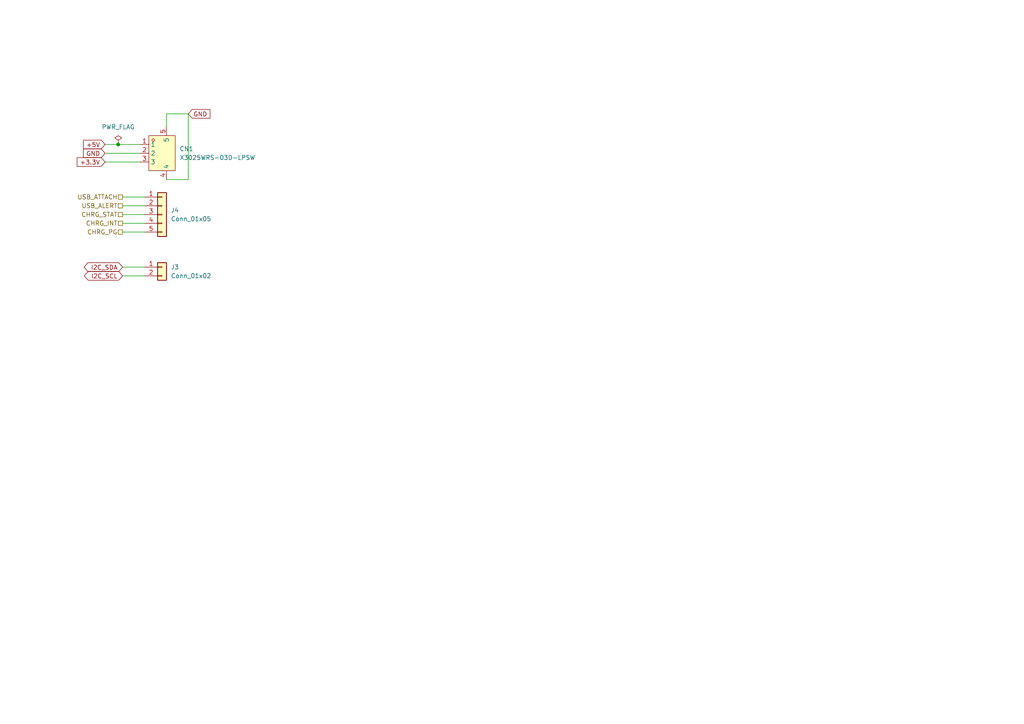
<source format=kicad_sch>
(kicad_sch (version 20231120) (generator "eeschema") (generator_version "8.0")
  (paper "A4")
  (lib_symbols
    (symbol "Connector_Generic:Conn_01x02" (pin_names (offset 1.016) hide)
      (property "Reference" "J" (at 0 2.54 0))
      (property "Value" "Conn_01x02" (at 0 -5.08 0))
      (symbol "Conn_01x02_1_1"
        (rectangle (start -1.27 -2.413) (end 0 -2.667) (stroke (width 0.1524)))
        (rectangle (start -1.27 0.127) (end 0 -0.127) (stroke (width 0.1524)))
        (rectangle (start -1.27 1.27) (end 1.27 -3.81) (stroke (width 0.254)) (fill (type background)))
        (pin passive line (at -5.08 0 0) (length 3.81) (name "Pin_1") (number "1"))
        (pin passive line (at -5.08 -2.54 0) (length 3.81) (name "Pin_2") (number "2"))
      )
    )
    (symbol "Connector_Generic:Conn_01x05" (pin_names (offset 1.016) hide)
      (property "Reference" "J" (at 0 7.62 0))
      (property "Value" "Conn_01x05" (at 0 -7.62 0))
      (symbol "Conn_01x05_1_1"
        (rectangle (start -1.27 -4.953) (end 0 -5.207) (stroke (width 0.1524)))
        (rectangle (start -1.27 -2.413) (end 0 -2.667) (stroke (width 0.1524)))
        (rectangle (start -1.27 0.127) (end 0 -0.127) (stroke (width 0.1524)))
        (rectangle (start -1.27 2.667) (end 0 2.413) (stroke (width 0.1524)))
        (rectangle (start -1.27 5.207) (end 0 4.953) (stroke (width 0.1524)))
        (rectangle (start -1.27 6.35) (end 1.27 -6.35) (stroke (width 0.254)) (fill (type background)))
        (pin passive line (at -5.08 5.08 0) (length 3.81) (name "Pin_1") (number "1"))
        (pin passive line (at -5.08 2.54 0) (length 3.81) (name "Pin_2") (number "2"))
        (pin passive line (at -5.08 0 0) (length 3.81) (name "Pin_3") (number "3"))
        (pin passive line (at -5.08 -2.54 0) (length 3.81) (name "Pin_4") (number "4"))
        (pin passive line (at -5.08 -5.08 0) (length 3.81) (name "Pin_5") (number "5"))
      )
    )
    (symbol "Molex MicroFit Generic:X3025WRS-03D-LPSW"
      (property "Reference" "CN1" (at 3.81 1.2701 0))
      (property "Value" "X3025WRS-03D-LPSW" (at 3.81 -1.2699 0))
      (symbol "X3025WRS-03D-LPSW_0_1"
        (rectangle (start -5.08 5.08) (end 2.54 -5.08) (fill (type background)))
        (circle (center -3.81 3.81) (radius 0.38))
      )
      (symbol "X3025WRS-03D-LPSW_1_1"
        (pin power_in line (at -7.62 2.54 0) (length 2.54) (name "1") (number "1"))
        (pin passive line (at -7.62 0 0) (length 2.54) (name "2") (number "2"))
        (pin power_in line (at -7.62 -2.54 0) (length 2.54) (name "3") (number "3"))
        (pin passive line (at 0 -7.62 90) (length 2.54) (name "4") (number "4"))
        (pin passive line (at 0 7.62 270) (length 2.54) (name "5") (number "5"))
      )
    )
    (symbol "power:PWR_FLAG" (power) (pin_numbers hide) (pin_names (offset 0) hide)
      (property "Value" "PWR_FLAG" (at 0 3.81 0))
      (symbol "PWR_FLAG_0_0"
        (pin power_out line (at 0 0 90) (length 0) (name "~") (number "1"))
      )
      (symbol "PWR_FLAG_0_1"
        (polyline (pts (xy 0 0) (xy 0 1.27) (xy -1.016 1.905) (xy 0 2.54) (xy 1.016 1.905) (xy 0 1.27)))
      )
    )
  )
  (junction (at 34.29 41.91))
  (wire (pts (xy 41.91 64.77) (xy 35.56 64.77)))
  (wire (pts (xy 48.26 33.02) (xy 54.61 33.02)))
  (wire (pts (xy 41.91 77.47) (xy 35.56 77.47)))
  (wire (pts (xy 54.61 52.07) (xy 48.26 52.07)))
  (wire (pts (xy 30.48 44.45) (xy 40.64 44.45)))
  (wire (pts (xy 30.48 41.91) (xy 34.29 41.91)))
  (wire (pts (xy 34.29 41.91) (xy 40.64 41.91)))
  (wire (pts (xy 30.48 46.99) (xy 40.64 46.99)))
  (wire (pts (xy 41.91 59.69) (xy 35.56 59.69)))
  (wire (pts (xy 41.91 80.01) (xy 35.56 80.01)))
  (wire (pts (xy 54.61 33.02) (xy 54.61 52.07)))
  (wire (pts (xy 41.91 67.31) (xy 35.56 67.31)))
  (wire (pts (xy 41.91 62.23) (xy 35.56 62.23)))
  (wire (pts (xy 48.26 36.83) (xy 48.26 33.02)))
  (wire (pts (xy 41.91 57.15) (xy 35.56 57.15)))
  (global_label "I2C_SDA" (shape bidirectional) (at 35.56 77.47 180) (property "Intersheetrefs" "${INTERSHEET_REFS}" (effects (hide yes))))
  (global_label "+3.3V" (shape input) (at 30.48 46.99 180) (property "Intersheetrefs" "${INTERSHEET_REFS}" (effects (hide yes))))
  (global_label "GND" (shape input) (at 30.48 44.45 180) (property "Intersheetrefs" "${INTERSHEET_REFS}" (effects (hide yes))))
  (global_label "GND" (shape input) (at 54.61 33.02 0) (property "Intersheetrefs" "${INTERSHEET_REFS}" (effects (hide yes))))
  (global_label "+5V" (shape input) (at 30.48 41.91 180) (property "Intersheetrefs" "${INTERSHEET_REFS}" (effects (hide yes))))
  (global_label "I2C_SCL" (shape bidirectional) (at 35.56 80.01 180) (property "Intersheetrefs" "${INTERSHEET_REFS}" (effects (hide yes))))
  (hierarchical_label "CHRG_STAT" (shape passive) (at 35.56 62.23 180))
  (hierarchical_label "CHRG_PG" (shape passive) (at 35.56 67.31 180))
  (hierarchical_label "USB_ALERT" (shape passive) (at 35.56 59.69 180))
  (hierarchical_label "CHRG_INT" (shape passive) (at 35.56 64.77 180))
  (hierarchical_label "USB_ATTACH" (shape passive) (at 35.56 57.15 180))
  (symbol (lib_id "Molex MicroFit Generic:X3025WRS-03D-LPSW") (at 48.26 44.45 0) (unit 1)
    (property "Reference" "CN1" (at 52.07 43.1799 0) (effects (justify left)))
    (property "Value" "X3025WRS-03D-LPSW" (at 52.07 45.7199 0) (effects (justify left)))
    (property "Footprint" "Molex MicroFit:CONN-SMD_3P-H-P3.00-R_X3025WRS-03D-LPSW" (effects (hide yes)))
    (property "Datasheet" "https://lcsc.com/product-detail/Wire-To-Board-Wire-To-Wire-Connector_XKB-Enterprise-X3025WRS-03D-LPSW_C405941.html" (effects (hide yes)))
    (property "LCSC Part" "C405941" (effects (hide yes)))
  )
  (symbol (lib_id "Connector_Generic:Conn_01x05") (at 46.99 62.23 0) (unit 1)
    (property "Reference" "J4" (at 49.53 60.9599 0) (effects (justify left)))
    (property "Value" "Conn_01x05" (at 49.53 63.4999 0) (effects (justify left)))
    (property "Footprint" "Connector_JST:JST_SH_SM05B-SRSS-TB_1x05-1MP_P1.00mm_Horizontal" (effects (hide yes)))
    (property "Description" "Generic connector, single row, 01x05, script generated (kicad-library-utils/schlib/autogen/connector/)" (effects (hide yes)))
    (property "LCSC Part" "C136657" (effects (hide yes)))
  )
  (symbol (lib_id "Connector_Generic:Conn_01x02") (at 46.99 77.47 0) (unit 1)
    (property "Reference" "J3" (at 49.53 77.4699 0) (effects (justify left)))
    (property "Value" "Conn_01x02" (at 49.53 80.0099 0) (effects (justify left)))
    (property "Footprint" "Connector_JST:JST_SH_SM02B-SRSS-TB_1x02-1MP_P1.00mm_Horizontal" (effects (hide yes)))
    (property "Description" "Generic connector, single row, 01x02, script generated (kicad-library-utils/schlib/autogen/connector/)" (effects (hide yes)))
    (property "LCSC Part" "C160402" (effects (hide yes)))
  )
  (symbol (lib_id "power:PWR_FLAG") (at 34.29 41.91 0) (unit 1)
    (property "Reference" "#FLG05" (effects (hide yes)))
    (property "Value" "PWR_FLAG" (at 34.29 36.83 0))
    (property "Description" "Special symbol for telling ERC where power comes from" (effects (hide yes)))
  )
)
</source>
